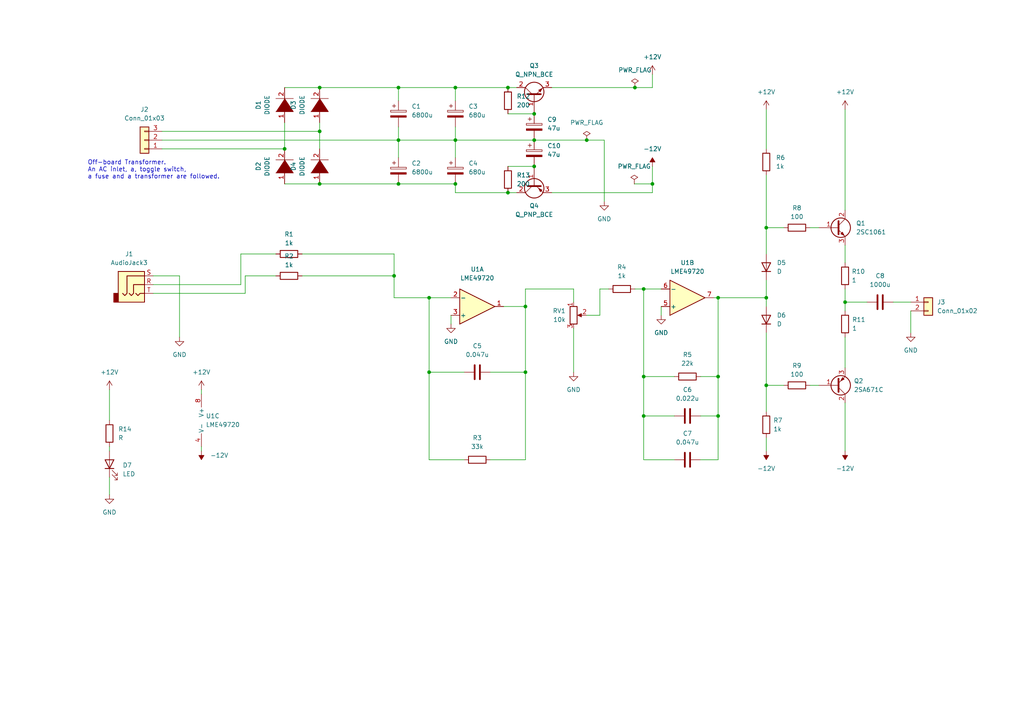
<source format=kicad_sch>
(kicad_sch (version 20211123) (generator eeschema)
  (paper "A4")
  (title_block (title "Amplifier for SWA-V50") (date "2023-01-03") (comment 1 "Yohei Shimmyo") (comment 2 "twitter.com/rollman054"))
  (lib_symbols
    (symbol "Connector:AudioJack3"
      (property "Reference" "J" (at 0 8.89 0))
      (property "Value" "AudioJack3" (at 0 6.35 0))
      (symbol "AudioJack3_0_1"
        (rectangle (start -5.08 -5.08) (end -6.35 -2.54) (stroke (width 0.254)) (fill (type outline)))
        (polyline (pts (xy 0 -2.54) (xy 0.635 -3.175) (xy 1.27 -2.54) (xy 2.54 -2.54)) (stroke (width 0.254)))
        (polyline (pts (xy -1.905 -2.54) (xy -1.27 -3.175) (xy -0.635 -2.54) (xy -0.635 0) (xy 2.54 0)) (stroke (width 0.254)))
        (polyline (pts (xy 2.54 2.54) (xy -2.54 2.54) (xy -2.54 -2.54) (xy -3.175 -3.175) (xy -3.81 -2.54)) (stroke (width 0.254)))
        (rectangle (start 2.54 3.81) (end -5.08 -5.08) (stroke (width 0.254)) (fill (type background)))
      )
      (symbol "AudioJack3_1_1"
        (pin passive line (at 5.08 0 180) (length 2.54) (name "~") (number "R"))
        (pin passive line (at 5.08 2.54 180) (length 2.54) (name "~") (number "S"))
        (pin passive line (at 5.08 -2.54 180) (length 2.54) (name "~") (number "T"))
      )
    )
    (symbol "Connector_Generic:Conn_01x02" (pin_names (offset 1.016) hide)
      (property "Reference" "J" (at 0 2.54 0))
      (property "Value" "Conn_01x02" (at 0 -5.08 0))
      (symbol "Conn_01x02_1_1"
        (rectangle (start -1.27 -2.413) (end 0 -2.667) (stroke (width 0.1524)))
        (rectangle (start -1.27 0.127) (end 0 -0.127) (stroke (width 0.1524)))
        (rectangle (start -1.27 1.27) (end 1.27 -3.81) (stroke (width 0.254)) (fill (type background)))
        (pin passive line (at -5.08 0 0) (length 3.81) (name "Pin_1") (number "1"))
        (pin passive line (at -5.08 -2.54 0) (length 3.81) (name "Pin_2") (number "2"))
      )
    )
    (symbol "Connector_Generic:Conn_01x03" (pin_names (offset 1.016) hide)
      (property "Reference" "J" (at 0 5.08 0))
      (property "Value" "Conn_01x03" (at 0 -5.08 0))
      (symbol "Conn_01x03_1_1"
        (rectangle (start -1.27 -2.413) (end 0 -2.667) (stroke (width 0.1524)))
        (rectangle (start -1.27 0.127) (end 0 -0.127) (stroke (width 0.1524)))
        (rectangle (start -1.27 2.667) (end 0 2.413) (stroke (width 0.1524)))
        (rectangle (start -1.27 3.81) (end 1.27 -3.81) (stroke (width 0.254)) (fill (type background)))
        (pin passive line (at -5.08 2.54 0) (length 3.81) (name "Pin_1") (number "1"))
        (pin passive line (at -5.08 0 0) (length 3.81) (name "Pin_2") (number "2"))
        (pin passive line (at -5.08 -2.54 0) (length 3.81) (name "Pin_3") (number "3"))
      )
    )
    (symbol "Device:C" (pin_numbers hide) (pin_names (offset 0.254))
      (property "Reference" "C" (at 0.635 2.54 0))
      (property "Value" "C" (at 0.635 -2.54 0))
      (symbol "C_0_1"
        (polyline (pts (xy -2.032 -0.762) (xy 2.032 -0.762)) (stroke (width 0.508)))
        (polyline (pts (xy -2.032 0.762) (xy 2.032 0.762)) (stroke (width 0.508)))
      )
      (symbol "C_1_1"
        (pin passive line (at 0 3.81 270) (length 2.794) (name "~") (number "1"))
        (pin passive line (at 0 -3.81 90) (length 2.794) (name "~") (number "2"))
      )
    )
    (symbol "Device:C_Polarized" (pin_numbers hide) (pin_names (offset 0.254))
      (property "Reference" "C" (at 0.635 2.54 0))
      (property "Value" "C_Polarized" (at 0.635 -2.54 0))
      (symbol "C_Polarized_0_1"
        (rectangle (start -2.286 0.508) (end 2.286 1.016))
        (polyline (pts (xy -1.778 2.286) (xy -0.762 2.286)))
        (polyline (pts (xy -1.27 2.794) (xy -1.27 1.778)))
        (rectangle (start 2.286 -0.508) (end -2.286 -1.016) (fill (type outline)))
      )
      (symbol "C_Polarized_1_1"
        (pin passive line (at 0 3.81 270) (length 2.794) (name "~") (number "1"))
        (pin passive line (at 0 -3.81 90) (length 2.794) (name "~") (number "2"))
      )
    )
    (symbol "Device:D" (pin_numbers hide) (pin_names (offset 1.016) hide)
      (property "Reference" "D" (at 0 2.54 0))
      (property "Value" "D" (at 0 -2.54 0))
      (symbol "D_0_1"
        (polyline (pts (xy -1.27 1.27) (xy -1.27 -1.27)) (stroke (width 0.254)))
        (polyline (pts (xy 1.27 0) (xy -1.27 0)))
        (polyline (pts (xy 1.27 1.27) (xy 1.27 -1.27) (xy -1.27 0) (xy 1.27 1.27)) (stroke (width 0.254)))
      )
      (symbol "D_1_1"
        (pin passive line (at -3.81 0 0) (length 2.54) (name "K") (number "1"))
        (pin passive line (at 3.81 0 180) (length 2.54) (name "A") (number "2"))
      )
    )
    (symbol "Device:LED" (pin_numbers hide) (pin_names (offset 1.016) hide)
      (property "Reference" "D" (at 0 2.54 0))
      (property "Value" "LED" (at 0 -2.54 0))
      (symbol "LED_0_1"
        (polyline (pts (xy -1.27 -1.27) (xy -1.27 1.27)) (stroke (width 0.254)))
        (polyline (pts (xy -1.27 0) (xy 1.27 0)))
        (polyline (pts (xy 1.27 -1.27) (xy 1.27 1.27) (xy -1.27 0) (xy 1.27 -1.27)) (stroke (width 0.254)))
        (polyline (pts (xy -3.048 -0.762) (xy -4.572 -2.286) (xy -3.81 -2.286) (xy -4.572 -2.286) (xy -4.572 -1.524)))
        (polyline (pts (xy -1.778 -0.762) (xy -3.302 -2.286) (xy -2.54 -2.286) (xy -3.302 -2.286) (xy -3.302 -1.524)))
      )
      (symbol "LED_1_1"
        (pin passive line (at -3.81 0 0) (length 2.54) (name "K") (number "1"))
        (pin passive line (at 3.81 0 180) (length 2.54) (name "A") (number "2"))
      )
    )
    (symbol "Device:Q_NPN_BCE" (pin_names (offset 0) hide)
      (property "Reference" "Q" (at 5.08 1.27 0))
      (property "Value" "Q_NPN_BCE" (at 5.08 -1.27 0))
      (symbol "Q_NPN_BCE_0_1"
        (polyline (pts (xy 0.635 0.635) (xy 2.54 2.54)))
        (polyline (pts (xy 0.635 -0.635) (xy 2.54 -2.54) (xy 2.54 -2.54)))
        (polyline (pts (xy 0.635 1.905) (xy 0.635 -1.905) (xy 0.635 -1.905)) (stroke (width 0.508)))
        (polyline (pts (xy 1.27 -1.778) (xy 1.778 -1.27) (xy 2.286 -2.286) (xy 1.27 -1.778) (xy 1.27 -1.778)) (fill (type outline)))
        (circle (center 1.27 0) (radius 2.8194) (stroke (width 0.254)))
      )
      (symbol "Q_NPN_BCE_1_1"
        (pin input line (at -5.08 0 0) (length 5.715) (name "B") (number "1"))
        (pin passive line (at 2.54 5.08 270) (length 2.54) (name "C") (number "2"))
        (pin passive line (at 2.54 -5.08 90) (length 2.54) (name "E") (number "3"))
      )
    )
    (symbol "Device:Q_PNP_BCE" (pin_names (offset 0) hide)
      (property "Reference" "Q" (at 5.08 1.27 0))
      (property "Value" "Q_PNP_BCE" (at 5.08 -1.27 0))
      (symbol "Q_PNP_BCE_0_1"
        (polyline (pts (xy 0.635 0.635) (xy 2.54 2.54)))
        (polyline (pts (xy 0.635 -0.635) (xy 2.54 -2.54) (xy 2.54 -2.54)))
        (polyline (pts (xy 0.635 1.905) (xy 0.635 -1.905) (xy 0.635 -1.905)) (stroke (width 0.508)))
        (polyline (pts (xy 2.286 -1.778) (xy 1.778 -2.286) (xy 1.27 -1.27) (xy 2.286 -1.778) (xy 2.286 -1.778)) (fill (type outline)))
        (circle (center 1.27 0) (radius 2.8194) (stroke (width 0.254)))
      )
      (symbol "Q_PNP_BCE_1_1"
        (pin input line (at -5.08 0 0) (length 5.715) (name "B") (number "1"))
        (pin passive line (at 2.54 5.08 270) (length 2.54) (name "C") (number "2"))
        (pin passive line (at 2.54 -5.08 90) (length 2.54) (name "E") (number "3"))
      )
    )
    (symbol "Device:R" (pin_numbers hide) (pin_names (offset 0))
      (property "Reference" "R" (at 2.032 0 90))
      (property "Value" "R" (at 0 0 90))
      (symbol "R_0_1"
        (rectangle (start -1.016 -2.54) (end 1.016 2.54) (stroke (width 0.254)))
      )
      (symbol "R_1_1"
        (pin passive line (at 0 3.81 270) (length 1.27) (name "~") (number "1"))
        (pin passive line (at 0 -3.81 90) (length 1.27) (name "~") (number "2"))
      )
    )
    (symbol "Device:R_Potentiometer" (pin_names (offset 1.016) hide)
      (property "Reference" "RV" (at -4.445 0 90))
      (property "Value" "R_Potentiometer" (at -2.54 0 90))
      (symbol "R_Potentiometer_0_1"
        (polyline (pts (xy 2.54 0) (xy 1.524 0)))
        (polyline (pts (xy 1.143 0) (xy 2.286 0.508) (xy 2.286 -0.508) (xy 1.143 0)) (fill (type outline)))
        (rectangle (start 1.016 2.54) (end -1.016 -2.54) (stroke (width 0.254)))
      )
      (symbol "R_Potentiometer_1_1"
        (pin passive line (at 0 3.81 270) (length 1.27) (name "1") (number "1"))
        (pin passive line (at 3.81 0 180) (length 1.27) (name "2") (number "2"))
        (pin passive line (at 0 -3.81 90) (length 1.27) (name "3") (number "3"))
      )
    )
    (symbol "power:+12V" (power) (pin_names (offset 0))
      (property "Value" "+12V" (at 0 3.556 0))
      (symbol "+12V_0_1"
        (polyline (pts (xy -0.762 1.27) (xy 0 2.54)))
        (polyline (pts (xy 0 0) (xy 0 2.54)))
        (polyline (pts (xy 0 2.54) (xy 0.762 1.27)))
      )
      (symbol "+12V_1_1"
        (pin power_in line (at 0 0 90) (length 0) hide (name "+12V") (number "1"))
      )
    )
    (symbol "power:-12V" (power) (pin_names (offset 0))
      (property "Value" "-12V" (at 0 3.81 0))
      (symbol "-12V_0_0"
        (pin power_in line (at 0 0 90) (length 0) hide (name "-12V") (number "1"))
      )
      (symbol "-12V_0_1"
        (polyline (pts (xy 0 0) (xy 0 1.27) (xy 0.762 1.27) (xy 0 2.54) (xy -0.762 1.27) (xy 0 1.27)) (fill (type outline)))
      )
    )
    (symbol "power:GND" (power) (pin_names (offset 0))
      (property "Value" "GND" (at 0 -3.81 0))
      (symbol "GND_0_1"
        (polyline (pts (xy 0 0) (xy 0 -1.27) (xy 1.27 -1.27) (xy 0 -2.54) (xy -1.27 -1.27) (xy 0 -1.27)))
      )
      (symbol "GND_1_1"
        (pin power_in line (at 0 0 270) (length 0) hide (name "GND") (number "1"))
      )
    )
    (symbol "power:PWR_FLAG" (power) (pin_numbers hide) (pin_names (offset 0) hide)
      (property "Value" "PWR_FLAG" (at 0 3.81 0))
      (symbol "PWR_FLAG_0_0"
        (pin power_out line (at 0 0 90) (length 0) (name "pwr") (number "1"))
      )
      (symbol "PWR_FLAG_0_1"
        (polyline (pts (xy 0 0) (xy 0 1.27) (xy -1.016 1.905) (xy 0 2.54) (xy 1.016 1.905) (xy 0 1.27)))
      )
    )
    (symbol "pspice:DIODE" (pin_names (offset 1.016) hide)
      (property "Reference" "D" (at 0 3.81 0))
      (property "Value" "DIODE" (at 0 -4.445 0))
      (symbol "DIODE_0_1"
        (polyline (pts (xy 1.905 2.54) (xy 1.905 -2.54)))
        (polyline (pts (xy -1.905 2.54) (xy -1.905 -2.54) (xy 1.905 0)) (fill (type outline)))
      )
      (symbol "DIODE_1_1"
        (pin input line (at -5.08 0 0) (length 3.81) (name "K") (number "1"))
        (pin input line (at 5.08 0 180) (length 3.81) (name "A") (number "2"))
      )
    )
    (symbol "rollman054:LME49720" (pin_names (offset 0.127))
      (property "Reference" "U" (at 0 5.08 0))
      (property "Value" "LME49720" (at 0 -5.08 0))
      (symbol "LME49720_1_1"
        (polyline (pts (xy -5.08 5.08) (xy 5.08 0) (xy -5.08 -5.08) (xy -5.08 5.08)) (stroke (width 0.254)) (fill (type background)))
        (pin output line (at 7.62 0 180) (length 2.54) (name "~") (number "1"))
        (pin input line (at -7.62 -2.54 0) (length 2.54) (name "-") (number "2"))
        (pin input line (at -7.62 2.54 0) (length 2.54) (name "+") (number "3"))
      )
      (symbol "LME49720_2_1"
        (polyline (pts (xy -5.08 5.08) (xy 5.08 0) (xy -5.08 -5.08) (xy -5.08 5.08)) (stroke (width 0.254)) (fill (type background)))
        (pin input line (at -7.62 2.54 0) (length 2.54) (name "+") (number "5"))
        (pin input line (at -7.62 -2.54 0) (length 2.54) (name "-") (number "6"))
        (pin output line (at 7.62 0 180) (length 2.54) (name "~") (number "7"))
      )
      (symbol "LME49720_3_1"
        (pin power_in line (at -2.54 -7.62 90) (length 3.81) (name "V-") (number "4"))
        (pin power_in line (at -2.54 7.62 270) (length 3.81) (name "V+") (number "8"))
      )
    )
  )
  (junction (at 186.69 120.65))
  (junction (at 124.46 86.36))
  (junction (at 208.28 86.36))
  (junction (at 154.94 48.26))
  (junction (at 189.23 53.34))
  (junction (at 152.4 88.9))
  (junction (at 154.94 40.64))
  (junction (at 115.57 40.64))
  (junction (at 154.94 33.02))
  (junction (at 92.71 38.1))
  (junction (at 132.08 40.64))
  (junction (at 208.28 109.22))
  (junction (at 245.11 87.63))
  (junction (at 124.46 107.95))
  (junction (at 170.18 40.64))
  (junction (at 92.71 25.4))
  (junction (at 208.28 120.65))
  (junction (at 132.08 53.34))
  (junction (at 152.4 107.95))
  (junction (at 115.57 25.4))
  (junction (at 115.57 53.34))
  (junction (at 222.25 111.76))
  (junction (at 222.25 66.04))
  (junction (at 186.69 109.22))
  (junction (at 114.3 80.01))
  (junction (at 132.08 25.4))
  (junction (at 147.32 55.88))
  (junction (at 82.55 43.18))
  (junction (at 92.71 53.34))
  (junction (at 186.69 83.82))
  (junction (at 184.15 25.4))
  (junction (at 222.25 86.36))
  (junction (at 147.32 25.4))
  (wire (pts (xy 222.25 66.04) (xy 222.25 73.66)))
  (wire (pts (xy 58.42 113.03) (xy 58.42 114.3)))
  (wire (pts (xy 115.57 25.4) (xy 132.08 25.4)))
  (wire (pts (xy 208.28 86.36) (xy 208.28 109.22)))
  (wire (pts (xy 234.95 66.04) (xy 237.49 66.04)))
  (wire (pts (xy 186.69 133.35) (xy 195.58 133.35)))
  (wire (pts (xy 208.28 109.22) (xy 208.28 120.65)))
  (wire (pts (xy 173.99 91.44) (xy 173.99 83.82)))
  (wire (pts (xy 46.99 38.1) (xy 92.71 38.1)))
  (wire (pts (xy 245.11 116.84) (xy 245.11 130.81)))
  (wire (pts (xy 124.46 86.36) (xy 130.81 86.36)))
  (wire (pts (xy 245.11 87.63) (xy 245.11 90.17)))
  (wire (pts (xy 92.71 25.4) (xy 115.57 25.4)))
  (wire (pts (xy 31.75 138.43) (xy 31.75 143.51)))
  (wire (pts (xy 44.45 85.09) (xy 71.12 85.09)))
  (wire (pts (xy 69.85 82.55) (xy 69.85 73.66)))
  (wire (pts (xy 186.69 120.65) (xy 195.58 120.65)))
  (wire (pts (xy 44.45 80.01) (xy 52.07 80.01)))
  (wire (pts (xy 147.32 25.4) (xy 149.86 25.4)))
  (wire (pts (xy 46.99 43.18) (xy 82.55 43.18)))
  (wire (pts (xy 114.3 73.66) (xy 114.3 80.01)))
  (wire (pts (xy 152.4 133.35) (xy 142.24 133.35)))
  (wire (pts (xy 186.69 83.82) (xy 191.77 83.82)))
  (wire (pts (xy 184.15 83.82) (xy 186.69 83.82)))
  (wire (pts (xy 264.16 90.17) (xy 264.16 96.52)))
  (wire (pts (xy 208.28 120.65) (xy 208.28 133.35)))
  (wire (pts (xy 147.32 48.26) (xy 154.94 48.26)))
  (wire (pts (xy 222.25 111.76) (xy 222.25 119.38)))
  (wire (pts (xy 124.46 107.95) (xy 134.62 107.95)))
  (wire (pts (xy 173.99 83.82) (xy 176.53 83.82)))
  (wire (pts (xy 31.75 113.03) (xy 31.75 121.92)))
  (wire (pts (xy 259.08 87.63) (xy 264.16 87.63)))
  (wire (pts (xy 203.2 133.35) (xy 208.28 133.35)))
  (wire (pts (xy 134.62 133.35) (xy 124.46 133.35)))
  (wire (pts (xy 222.25 111.76) (xy 227.33 111.76)))
  (wire (pts (xy 189.23 55.88) (xy 189.23 53.34)))
  (wire (pts (xy 132.08 55.88) (xy 147.32 55.88)))
  (wire (pts (xy 234.95 111.76) (xy 237.49 111.76)))
  (wire (pts (xy 189.23 48.26) (xy 189.23 53.34)))
  (wire (pts (xy 132.08 36.83) (xy 132.08 40.64)))
  (wire (pts (xy 132.08 40.64) (xy 132.08 45.72)))
  (wire (pts (xy 82.55 53.34) (xy 92.71 53.34)))
  (wire (pts (xy 186.69 83.82) (xy 186.69 109.22)))
  (wire (pts (xy 124.46 107.95) (xy 124.46 133.35)))
  (wire (pts (xy 152.4 83.82) (xy 166.37 83.82)))
  (wire (pts (xy 222.25 31.75) (xy 222.25 43.18)))
  (wire (pts (xy 186.69 109.22) (xy 186.69 120.65)))
  (wire (pts (xy 71.12 85.09) (xy 71.12 80.01)))
  (wire (pts (xy 132.08 40.64) (xy 154.94 40.64)))
  (wire (pts (xy 222.25 50.8) (xy 222.25 66.04)))
  (wire (pts (xy 152.4 88.9) (xy 152.4 83.82)))
  (wire (pts (xy 132.08 25.4) (xy 147.32 25.4)))
  (wire (pts (xy 132.08 25.4) (xy 132.08 29.21)))
  (wire (pts (xy 115.57 53.34) (xy 132.08 53.34)))
  (wire (pts (xy 124.46 107.95) (xy 124.46 86.36)))
  (wire (pts (xy 222.25 96.52) (xy 222.25 111.76)))
  (wire (pts (xy 31.75 129.54) (xy 31.75 130.81)))
  (wire (pts (xy 92.71 53.34) (xy 115.57 53.34)))
  (wire (pts (xy 208.28 86.36) (xy 222.25 86.36)))
  (wire (pts (xy 115.57 40.64) (xy 132.08 40.64)))
  (wire (pts (xy 92.71 35.56) (xy 92.71 38.1)))
  (wire (pts (xy 154.94 40.64) (xy 170.18 40.64)))
  (wire (pts (xy 115.57 36.83) (xy 115.57 40.64)))
  (wire (pts (xy 152.4 88.9) (xy 152.4 107.95)))
  (wire (pts (xy 147.32 55.88) (xy 149.86 55.88)))
  (wire (pts (xy 222.25 86.36) (xy 222.25 81.28)))
  (wire (pts (xy 69.85 73.66) (xy 80.01 73.66)))
  (wire (pts (xy 175.26 40.64) (xy 175.26 58.42)))
  (wire (pts (xy 245.11 71.12) (xy 245.11 76.2)))
  (wire (pts (xy 114.3 80.01) (xy 114.3 86.36)))
  (wire (pts (xy 186.69 109.22) (xy 195.58 109.22)))
  (wire (pts (xy 146.05 88.9) (xy 152.4 88.9)))
  (wire (pts (xy 115.57 40.64) (xy 115.57 45.72)))
  (wire (pts (xy 186.69 120.65) (xy 186.69 133.35)))
  (wire (pts (xy 166.37 95.25) (xy 166.37 107.95)))
  (wire (pts (xy 245.11 83.82) (xy 245.11 87.63)))
  (wire (pts (xy 152.4 107.95) (xy 152.4 133.35)))
  (wire (pts (xy 189.23 21.59) (xy 189.23 25.4)))
  (wire (pts (xy 183.9662 53.34) (xy 189.23 53.34)))
  (wire (pts (xy 115.57 29.21) (xy 115.57 25.4)))
  (wire (pts (xy 222.25 86.36) (xy 222.25 88.9)))
  (wire (pts (xy 160.02 55.88) (xy 189.23 55.88)))
  (wire (pts (xy 52.07 80.01) (xy 52.07 97.79)))
  (wire (pts (xy 92.71 38.1) (xy 92.71 43.18)))
  (wire (pts (xy 82.55 25.4) (xy 92.71 25.4)))
  (wire (pts (xy 160.02 25.4) (xy 184.15 25.4)))
  (wire (pts (xy 245.11 97.79) (xy 245.11 106.68)))
  (wire (pts (xy 170.18 40.64) (xy 175.26 40.64)))
  (wire (pts (xy 132.08 53.34) (xy 132.08 55.88)))
  (wire (pts (xy 130.81 91.44) (xy 130.81 93.98)))
  (wire (pts (xy 142.24 107.95) (xy 152.4 107.95)))
  (wire (pts (xy 245.11 87.63) (xy 251.46 87.63)))
  (wire (pts (xy 71.12 80.01) (xy 80.01 80.01)))
  (wire (pts (xy 191.77 88.9) (xy 191.77 91.44)))
  (wire (pts (xy 208.28 109.22) (xy 203.2 109.22)))
  (wire (pts (xy 222.25 127) (xy 222.25 130.81)))
  (wire (pts (xy 44.45 82.55) (xy 69.85 82.55)))
  (wire (pts (xy 46.99 40.64) (xy 115.57 40.64)))
  (wire (pts (xy 166.37 83.82) (xy 166.37 87.63)))
  (wire (pts (xy 87.63 80.01) (xy 114.3 80.01)))
  (wire (pts (xy 58.42 129.54) (xy 58.42 130.81)))
  (wire (pts (xy 184.15 25.4) (xy 189.23 25.4)))
  (wire (pts (xy 114.3 86.36) (xy 124.46 86.36)))
  (wire (pts (xy 227.33 66.04) (xy 222.25 66.04)))
  (wire (pts (xy 87.63 73.66) (xy 114.3 73.66)))
  (wire (pts (xy 245.11 31.75) (xy 245.11 60.96)))
  (wire (pts (xy 207.01 86.36) (xy 208.28 86.36)))
  (wire (pts (xy 170.18 91.44) (xy 173.99 91.44)))
  (wire (pts (xy 147.32 33.02) (xy 154.94 33.02)))
  (wire (pts (xy 203.2 120.65) (xy 208.28 120.65)))
  (wire (pts (xy 82.55 35.56) (xy 82.55 43.18)))
  (text "Off-board Transformer.\nAn AC inlet, a, toggle switch,\na fuse and a transformer are followed." (at 25.4 52.07 0) (effects (font (size 1.27 1.27)) (justify left bottom)))
  (symbol (lib_id "Device:C_Polarized") (at 154.94 36.83 0) (unit 1)
    (property "Reference" "C9" (at 158.75 34.6709 0) (effects (justify left)))
    (property "Value" "47u" (at 158.75 37.2109 0) (effects (justify left)))
    (property "Footprint" "Capacitor_THT:CP_Radial_D8.0mm_P3.80mm" (effects hide))
  )
  (symbol (lib_id "Device:R") (at 31.75 125.73 0) (unit 1)
    (property "Reference" "R14" (at 34.29 124.4599 0) (effects (justify left)))
    (property "Value" "R" (at 34.29 126.9999 0) (effects (justify left)))
    (property "Footprint" "Resistor_THT:R_Axial_DIN0207_L6.3mm_D2.5mm_P10.16mm_Horizontal" (effects hide))
  )
  (symbol (lib_id "Device:C_Polarized") (at 154.94 44.45 0) (unit 1)
    (property "Reference" "C10" (at 158.75 42.2909 0) (effects (justify left)))
    (property "Value" "47u" (at 158.75 44.8309 0) (effects (justify left)))
    (property "Footprint" "Capacitor_THT:CP_Radial_D8.0mm_P3.80mm" (effects hide))
  )
  (symbol (lib_id "power:-12V") (at 245.11 130.81 180) (unit 1)
    (property "Reference" "#PWR013" (effects hide))
    (property "Value" "-12V" (at 245.11 135.89 0))
  )
  (symbol (lib_id "Device:R") (at 147.32 52.07 180) (unit 1)
    (property "Reference" "R13" (at 149.86 50.7999 0) (effects (justify right)))
    (property "Value" "200" (at 149.86 53.3399 0) (effects (justify right)))
    (property "Footprint" "Resistor_THT:R_Axial_DIN0207_L6.3mm_D2.5mm_P10.16mm_Horizontal" (effects hide))
  )
  (symbol (lib_id "Device:R") (at 83.82 73.66 90) (unit 1)
    (property "Reference" "R1" (at 83.82 67.945 90))
    (property "Value" "1k" (at 83.82 70.485 90))
    (property "Footprint" "Resistor_THT:R_Axial_DIN0207_L6.3mm_D2.5mm_P10.16mm_Horizontal" (effects hide))
  )
  (symbol (lib_id "pspice:DIODE") (at 82.55 48.26 90) (unit 1)
    (property "Reference" "D2" (at 74.93 48.26 0))
    (property "Value" "DIODE" (at 77.47 48.26 0))
    (property "Footprint" "Diode_THT:D_A-405_P10.16mm_Horizontal" (effects hide))
  )
  (symbol (lib_id "power:+12V") (at 58.42 113.03 0) (unit 1)
    (property "Reference" "#PWR02" (effects hide))
    (property "Value" "+12V" (at 58.42 107.95 0))
  )
  (symbol (lib_id "Device:Q_PNP_BCE") (at 242.57 111.76 0) (mirror x) (unit 1)
    (property "Reference" "Q2" (at 247.65 110.4899 0) (effects (justify left)))
    (property "Value" "2SA671C" (at 247.65 113.0299 0) (effects (justify left)))
    (property "Footprint" "Package_TO_SOT_THT:TO-220-3_Vertical" (effects hide))
  )
  (symbol (lib_id "pspice:DIODE") (at 92.71 48.26 90) (unit 1)
    (property "Reference" "D4" (at 85.09 48.26 0))
    (property "Value" "DIODE" (at 87.63 48.26 0))
    (property "Footprint" "Diode_THT:D_A-405_P10.16mm_Horizontal" (effects hide))
  )
  (symbol (lib_id "Connector_Generic:Conn_01x03") (at 41.91 40.64 180) (unit 1)
    (property "Reference" "J2" (at 41.91 31.75 0))
    (property "Value" "Conn_01x03" (at 41.91 34.29 0))
    (property "Footprint" "Connector_PinHeader_2.54mm:PinHeader_1x03_P2.54mm_Vertical" (effects hide))
  )
  (symbol (lib_id "rollman054:LME49720") (at 199.39 86.36 0) (mirror x) (unit 2)
    (property "Reference" "U1" (at 199.39 76.2 0))
    (property "Value" "LME49720" (at 199.39 78.74 0))
    (property "Footprint" "Package_DIP:DIP-8_W7.62mm" (effects hide))
    (property "Datasheet" "https://www.ti.com/jp/lit/ds/symlink/lme49720.pdf?ts=1661670725543&ref_url=https%253A%252F%252Fwww.ti.com%252Fdocument-viewer%252Fja-jp%252FLME49720%252Fdatasheet%252Fabstract" (effects hide))
  )
  (symbol (lib_id "power:PWR_FLAG") (at 170.18 40.64 0) (unit 1)
    (property "Reference" "#FLG01" (effects hide))
    (property "Value" "PWR_FLAG" (at 170.18 35.56 0))
  )
  (symbol (lib_id "Device:R") (at 138.43 133.35 90) (unit 1)
    (property "Reference" "R3" (at 138.43 127 90))
    (property "Value" "33k" (at 138.43 129.54 90))
    (property "Footprint" "Resistor_THT:R_Axial_DIN0207_L6.3mm_D2.5mm_P10.16mm_Horizontal" (effects hide))
  )
  (symbol (lib_id "power:PWR_FLAG") (at 184.15 25.4 0) (unit 1)
    (property "Reference" "#FLG03" (effects hide))
    (property "Value" "PWR_FLAG" (at 184.15 20.32 0))
  )
  (symbol (lib_id "power:-12V") (at 222.25 130.81 180) (unit 1)
    (property "Reference" "#PWR011" (effects hide))
    (property "Value" "-12V" (at 222.25 135.89 0))
  )
  (symbol (lib_id "power:+12V") (at 245.11 31.75 0) (unit 1)
    (property "Reference" "#PWR012" (effects hide))
    (property "Value" "+12V" (at 245.11 26.67 0))
  )
  (symbol (lib_id "Device:D") (at 222.25 92.71 90) (unit 1)
    (property "Reference" "D6" (at 225.298 91.4399 90) (effects (justify right)))
    (property "Value" "D" (at 225.298 93.9799 90) (effects (justify right)))
    (property "Footprint" "Diode_THT:D_A-405_P10.16mm_Horizontal" (effects hide))
  )
  (symbol (lib_id "Device:C") (at 199.39 120.65 90) (unit 1)
    (property "Reference" "C6" (at 199.39 113.03 90))
    (property "Value" "0.022u" (at 199.39 115.57 90))
    (property "Footprint" "Capacitor_THT:C_Disc_D5.0mm_W2.5mm_P5.00mm" (effects hide))
  )
  (symbol (lib_id "Device:R") (at 199.39 109.22 90) (unit 1)
    (property "Reference" "R5" (at 199.39 102.87 90))
    (property "Value" "22k" (at 199.39 105.41 90))
    (property "Footprint" "Resistor_THT:R_Axial_DIN0207_L6.3mm_D2.5mm_P10.16mm_Horizontal" (effects hide))
  )
  (symbol (lib_id "power:+12V") (at 189.23 21.59 0) (unit 1)
    (property "Reference" "#PWR06" (effects hide))
    (property "Value" "+12V" (at 189.23 16.51 0))
  )
  (symbol (lib_id "power:GND") (at 31.75 143.51 0) (unit 1)
    (property "Reference" "#PWR016" (effects hide))
    (property "Value" "GND" (at 31.75 148.59 0))
  )
  (symbol (lib_id "Device:D") (at 222.25 77.47 90) (unit 1)
    (property "Reference" "D5" (at 225.298 76.1999 90) (effects (justify right)))
    (property "Value" "D" (at 225.298 78.7399 90) (effects (justify right)))
    (property "Footprint" "Diode_THT:D_A-405_P10.16mm_Horizontal" (effects hide))
  )
  (symbol (lib_id "Device:C") (at 255.27 87.63 90) (unit 1)
    (property "Reference" "C8" (at 255.27 80.01 90))
    (property "Value" "1000u" (at 255.27 82.55 90))
    (property "Footprint" "Capacitor_THT:C_Radial_D16.0mm_H25.0mm_P7.50mm" (effects hide))
  )
  (symbol (lib_id "Device:R") (at 222.25 123.19 180) (unit 1)
    (property "Reference" "R7" (at 224.282 121.9199 0) (effects (justify right)))
    (property "Value" "1k" (at 224.282 124.4599 0) (effects (justify right)))
    (property "Footprint" "Resistor_THT:R_Axial_DIN0207_L6.3mm_D2.5mm_P10.16mm_Horizontal" (effects hide))
  )
  (symbol (lib_id "Device:R") (at 180.34 83.82 90) (unit 1)
    (property "Reference" "R4" (at 180.34 77.47 90))
    (property "Value" "1k" (at 180.34 80.01 90))
    (property "Footprint" "Resistor_THT:R_Axial_DIN0207_L6.3mm_D2.5mm_P10.16mm_Horizontal" (effects hide))
  )
  (symbol (lib_id "Device:R") (at 231.14 111.76 90) (unit 1)
    (property "Reference" "R9" (at 231.14 106.045 90))
    (property "Value" "100" (at 231.14 108.585 90))
    (property "Footprint" "Resistor_THT:R_Axial_DIN0207_L6.3mm_D2.5mm_P10.16mm_Horizontal" (effects hide))
  )
  (symbol (lib_id "Device:C_Polarized") (at 132.08 33.02 0) (unit 1)
    (property "Reference" "C3" (at 135.89 30.8609 0) (effects (justify left)))
    (property "Value" "680u" (at 135.89 33.4009 0) (effects (justify left)))
    (property "Footprint" "Capacitor_THT:CP_Radial_D8.0mm_P3.80mm" (effects hide))
  )
  (symbol (lib_id "Device:R") (at 222.25 46.99 180) (unit 1)
    (property "Reference" "R6" (at 225.044 45.7199 0) (effects (justify right)))
    (property "Value" "1k" (at 225.044 48.2599 0) (effects (justify right)))
    (property "Footprint" "Resistor_THT:R_Axial_DIN0207_L6.3mm_D2.5mm_P10.16mm_Horizontal" (effects hide))
  )
  (symbol (lib_id "power:GND") (at 166.37 107.95 0) (unit 1)
    (property "Reference" "#PWR08" (effects hide))
    (property "Value" "GND" (at 166.37 113.03 0))
  )
  (symbol (lib_id "Connector:AudioJack3") (at 39.37 82.55 0) (unit 1)
    (property "Reference" "J1" (at 37.465 73.66 0))
    (property "Value" "AudioJack3" (at 37.465 76.2 0))
    (property "Footprint" "Connector_PinHeader_2.54mm:PinHeader_1x03_P2.54mm_Vertical" (effects hide))
  )
  (symbol (lib_id "power:GND") (at 191.77 91.44 0) (unit 1)
    (property "Reference" "#PWR09" (effects hide))
    (property "Value" "GND" (at 191.77 96.52 0))
  )
  (symbol (lib_id "Device:C_Polarized") (at 115.57 49.53 0) (unit 1)
    (property "Reference" "C2" (at 119.38 47.3709 0) (effects (justify left)))
    (property "Value" "6800u" (at 119.38 49.9109 0) (effects (justify left)))
    (property "Footprint" "Connector_PinHeader_2.54mm:PinHeader_1x02_P2.54mm_Vertical" (effects hide))
  )
  (symbol (lib_id "power:GND") (at 52.07 97.79 0) (unit 1)
    (property "Reference" "#PWR01" (effects hide))
    (property "Value" "GND" (at 52.07 102.87 0))
  )
  (symbol (lib_id "pspice:DIODE") (at 92.71 30.48 90) (unit 1)
    (property "Reference" "D3" (at 85.09 30.48 0))
    (property "Value" "DIODE" (at 87.63 30.48 0))
    (property "Footprint" "Diode_THT:D_A-405_P10.16mm_Horizontal" (effects hide))
  )
  (symbol (lib_id "Device:R_Potentiometer") (at 166.37 91.44 0) (unit 1)
    (property "Reference" "RV1" (at 164.084 90.1699 0) (effects (justify right)))
    (property "Value" "10k" (at 164.084 92.7099 0) (effects (justify right)))
    (property "Footprint" "Connector_PinHeader_2.54mm:PinHeader_1x03_P2.54mm_Vertical" (effects hide))
  )
  (symbol (lib_id "power:+12V") (at 31.75 113.03 0) (unit 1)
    (property "Reference" "#PWR015" (effects hide))
    (property "Value" "+12V" (at 31.75 107.95 0))
  )
  (symbol (lib_id "Connector_Generic:Conn_01x02") (at 269.24 87.63 0) (unit 1)
    (property "Reference" "J3" (at 271.78 87.6299 0) (effects (justify left)))
    (property "Value" "Conn_01x02" (at 271.78 90.1699 0) (effects (justify left)))
    (property "Footprint" "Connector_PinHeader_2.54mm:PinHeader_1x02_P2.54mm_Vertical" (effects hide))
  )
  (symbol (lib_id "Device:R") (at 231.14 66.04 90) (unit 1)
    (property "Reference" "R8" (at 231.14 60.325 90))
    (property "Value" "100" (at 231.14 62.865 90))
    (property "Footprint" "Resistor_THT:R_Axial_DIN0207_L6.3mm_D2.5mm_P10.16mm_Horizontal" (effects hide))
  )
  (symbol (lib_id "Device:R") (at 245.11 80.01 180) (unit 1)
    (property "Reference" "R10" (at 247.015 78.7399 0) (effects (justify right)))
    (property "Value" "1" (at 247.015 81.2799 0) (effects (justify right)))
    (property "Footprint" "Resistor_THT:R_Axial_DIN0207_L6.3mm_D2.5mm_P10.16mm_Horizontal" (effects hide))
  )
  (symbol (lib_id "rollman054:LME49720") (at 138.43 88.9 0) (mirror x) (unit 1)
    (property "Reference" "U1" (at 138.43 78.105 0))
    (property "Value" "LME49720" (at 138.43 80.645 0))
    (property "Footprint" "Package_DIP:DIP-8_W7.62mm" (effects hide))
    (property "Datasheet" "https://www.ti.com/jp/lit/ds/symlink/lme49720.pdf?ts=1661670725543&ref_url=https%253A%252F%252Fwww.ti.com%252Fdocument-viewer%252Fja-jp%252FLME49720%252Fdatasheet%252Fabstract" (effects hide))
  )
  (symbol (lib_id "Device:LED") (at 31.75 134.62 90) (unit 1)
    (property "Reference" "D7" (at 35.56 134.9374 90) (effects (justify right)))
    (property "Value" "LED" (at 35.56 137.4774 90) (effects (justify right)))
    (property "Footprint" "Connector_PinHeader_2.54mm:PinHeader_1x02_P2.54mm_Vertical" (effects hide))
  )
  (symbol (lib_id "Device:R") (at 83.82 80.01 90) (unit 1)
    (property "Reference" "R2" (at 83.82 74.295 90))
    (property "Value" "1k" (at 83.82 76.835 90))
    (property "Footprint" "Resistor_THT:R_Axial_DIN0207_L6.3mm_D2.5mm_P10.16mm_Horizontal" (effects hide))
  )
  (symbol (lib_id "Device:C") (at 138.43 107.95 90) (unit 1)
    (property "Reference" "C5" (at 138.43 100.33 90))
    (property "Value" "0.047u" (at 138.43 102.87 90))
    (property "Footprint" "Capacitor_THT:C_Disc_D7.0mm_W2.5mm_P5.00mm" (effects hide))
  )
  (symbol (lib_id "power:-12V") (at 58.42 130.81 180) (unit 1)
    (property "Reference" "#PWR03" (effects hide))
    (property "Value" "-12V" (at 60.96 132.0799 0) (effects (justify right)))
  )
  (symbol (lib_id "Device:Q_PNP_BCE") (at 154.94 53.34 90) (mirror x) (unit 1)
    (property "Reference" "Q4" (at 154.94 59.69 90))
    (property "Value" "Q_PNP_BCE" (at 154.94 62.23 90))
    (property "Footprint" "Package_TO_SOT_THT:TO-220-3_Vertical" (effects hide))
  )
  (symbol (lib_id "Device:Q_NPN_BCE") (at 242.57 66.04 0) (unit 1)
    (property "Reference" "Q1" (at 248.285 64.7699 0) (effects (justify left)))
    (property "Value" "2SC1061" (at 248.285 67.3099 0) (effects (justify left)))
    (property "Footprint" "Package_TO_SOT_THT:TO-220-3_Vertical" (effects hide))
  )
  (symbol (lib_id "power:GND") (at 130.81 93.98 0) (unit 1)
    (property "Reference" "#PWR04" (effects hide))
    (property "Value" "GND" (at 130.81 99.06 0))
  )
  (symbol (lib_id "Device:C_Polarized") (at 132.08 49.53 0) (unit 1)
    (property "Reference" "C4" (at 135.89 47.3709 0) (effects (justify left)))
    (property "Value" "680u" (at 135.89 49.9109 0) (effects (justify left)))
    (property "Footprint" "Capacitor_THT:CP_Radial_D8.0mm_P3.80mm" (effects hide))
  )
  (symbol (lib_id "Device:Q_NPN_BCE") (at 154.94 27.94 90) (unit 1)
    (property "Reference" "Q3" (at 154.94 19.05 90))
    (property "Value" "Q_NPN_BCE" (at 154.94 21.59 90))
    (property "Footprint" "Package_TO_SOT_THT:TO-220-3_Vertical" (effects hide))
  )
  (symbol (lib_id "power:GND") (at 264.16 96.52 0) (unit 1)
    (property "Reference" "#PWR014" (effects hide))
    (property "Value" "GND" (at 264.16 101.6 0))
  )
  (symbol (lib_id "Device:R") (at 245.11 93.98 180) (unit 1)
    (property "Reference" "R11" (at 247.142 92.7099 0) (effects (justify right)))
    (property "Value" "1" (at 247.142 95.2499 0) (effects (justify right)))
    (property "Footprint" "Resistor_THT:R_Axial_DIN0207_L6.3mm_D2.5mm_P10.16mm_Horizontal" (effects hide))
  )
  (symbol (lib_id "power:-12V") (at 189.23 48.26 0) (unit 1)
    (property "Reference" "#PWR07" (effects hide))
    (property "Value" "-12V" (at 189.23 43.18 0))
  )
  (symbol (lib_id "Device:C") (at 199.39 133.35 90) (unit 1)
    (property "Reference" "C7" (at 199.39 125.73 90))
    (property "Value" "0.047u" (at 199.39 128.27 90))
    (property "Footprint" "Capacitor_THT:C_Disc_D7.0mm_W2.5mm_P5.00mm" (effects hide))
  )
  (symbol (lib_id "pspice:DIODE") (at 82.55 30.48 90) (unit 1)
    (property "Reference" "D1" (at 74.93 30.48 0))
    (property "Value" "DIODE" (at 77.47 30.48 0))
    (property "Footprint" "Diode_THT:D_A-405_P10.16mm_Horizontal" (effects hide))
  )
  (symbol (lib_id "Device:C_Polarized") (at 115.57 33.02 0) (unit 1)
    (property "Reference" "C1" (at 119.38 30.8609 0) (effects (justify left)))
    (property "Value" "6800u" (at 119.38 33.4009 0) (effects (justify left)))
    (property "Footprint" "Connector_PinHeader_2.54mm:PinHeader_1x02_P2.54mm_Vertical" (effects hide))
  )
  (symbol (lib_id "rollman054:LME49720") (at 60.96 121.92 0) (unit 3)
    (property "Reference" "U1" (at 59.69 120.6499 0) (effects (justify left)))
    (property "Value" "LME49720" (at 59.69 123.1899 0) (effects (justify left)))
    (property "Footprint" "Package_DIP:DIP-8_W7.62mm" (effects hide))
    (property "Datasheet" "https://www.ti.com/jp/lit/ds/symlink/lme49720.pdf?ts=1661670725543&ref_url=https%253A%252F%252Fwww.ti.com%252Fdocument-viewer%252Fja-jp%252FLME49720%252Fdatasheet%252Fabstract" (effects hide))
  )
  (symbol (lib_id "Device:R") (at 147.32 29.21 180) (unit 1)
    (property "Reference" "R12" (at 149.86 27.9399 0) (effects (justify right)))
    (property "Value" "200" (at 149.86 30.4799 0) (effects (justify right)))
    (property "Footprint" "Resistor_THT:R_Axial_DIN0207_L6.3mm_D2.5mm_P10.16mm_Horizontal" (effects hide))
  )
  (symbol (lib_id "power:PWR_FLAG") (at 183.9662 53.34 0) (unit 1)
    (property "Reference" "#FLG02" (effects hide))
    (property "Value" "PWR_FLAG" (at 183.9662 48.26 0))
  )
  (symbol (lib_id "power:GND") (at 175.26 58.42 0) (unit 1)
    (property "Reference" "#PWR05" (effects hide))
    (property "Value" "GND" (at 175.26 63.5 0))
  )
  (symbol (lib_id "power:+12V") (at 222.25 31.75 0) (unit 1)
    (property "Reference" "#PWR010" (effects hide))
    (property "Value" "+12V" (at 222.25 26.67 0))
  )
)
</source>
